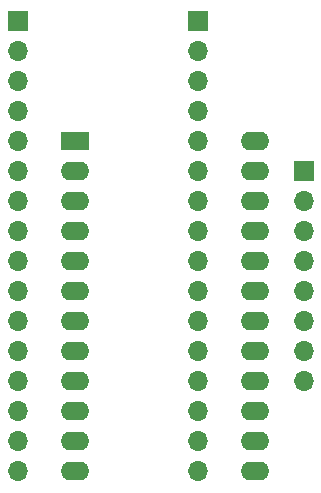
<source format=gts>
%TF.GenerationSoftware,KiCad,Pcbnew,7.0.8*%
%TF.CreationDate,2023-11-29T08:17:28+00:00*%
%TF.ProjectId,ZX Interface 1 ROM Adapter,5a582049-6e74-4657-9266-616365203120,rev?*%
%TF.SameCoordinates,Original*%
%TF.FileFunction,Soldermask,Top*%
%TF.FilePolarity,Negative*%
%FSLAX46Y46*%
G04 Gerber Fmt 4.6, Leading zero omitted, Abs format (unit mm)*
G04 Created by KiCad (PCBNEW 7.0.8) date 2023-11-29 08:17:28*
%MOMM*%
%LPD*%
G01*
G04 APERTURE LIST*
%ADD10R,2.400000X1.600000*%
%ADD11O,2.400000X1.600000*%
%ADD12R,1.700000X1.700000*%
%ADD13O,1.700000X1.700000*%
G04 APERTURE END LIST*
D10*
%TO.C,J2*%
X83874000Y-82359500D03*
D11*
X83874000Y-84899500D03*
X83874000Y-87439500D03*
X83874000Y-89979500D03*
X83874000Y-92519500D03*
X83874000Y-95059500D03*
X83874000Y-97599500D03*
X83874000Y-100139500D03*
X83874000Y-102679500D03*
X83874000Y-105219500D03*
X83874000Y-107759500D03*
X83874000Y-110299500D03*
X99114000Y-110299500D03*
X99114000Y-107759500D03*
X99114000Y-105219500D03*
X99114000Y-102679500D03*
X99114000Y-100139500D03*
X99114000Y-97599500D03*
X99114000Y-95059500D03*
X99114000Y-92519500D03*
X99114000Y-89979500D03*
X99114000Y-87439500D03*
X99114000Y-84899500D03*
X99114000Y-82359500D03*
%TD*%
D12*
%TO.C,J1*%
X103254700Y-84897500D03*
D13*
X103254700Y-87437500D03*
X103254700Y-89977500D03*
X103254700Y-92517500D03*
X103254700Y-95057500D03*
X103254700Y-97597500D03*
X103254700Y-100137500D03*
X103254700Y-102677500D03*
%TD*%
D12*
%TO.C,J3*%
X79051200Y-72202700D03*
D13*
X79051200Y-74742700D03*
X79051200Y-77282700D03*
X79051200Y-79822700D03*
X79051200Y-82362700D03*
X79051200Y-84902700D03*
X79051200Y-87442700D03*
X79051200Y-89982700D03*
X79051200Y-92522700D03*
X79051200Y-95062700D03*
X79051200Y-97602700D03*
X79051200Y-100142700D03*
X79051200Y-102682700D03*
X79051200Y-105222700D03*
X79051200Y-107762700D03*
X79051200Y-110302700D03*
%TD*%
D12*
%TO.C,J4*%
X94291200Y-72202700D03*
D13*
X94291200Y-74742700D03*
X94291200Y-77282700D03*
X94291200Y-79822700D03*
X94291200Y-82362700D03*
X94291200Y-84902700D03*
X94291200Y-87442700D03*
X94291200Y-89982700D03*
X94291200Y-92522700D03*
X94291200Y-95062700D03*
X94291200Y-97602700D03*
X94291200Y-100142700D03*
X94291200Y-102682700D03*
X94291200Y-105222700D03*
X94291200Y-107762700D03*
X94291200Y-110302700D03*
%TD*%
M02*

</source>
